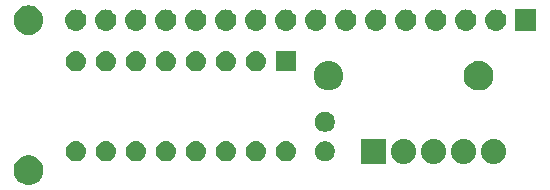
<source format=gbs>
G04 #@! TF.GenerationSoftware,KiCad,Pcbnew,(5.1.4)-1*
G04 #@! TF.CreationDate,2019-09-09T23:57:34+02:00*
G04 #@! TF.ProjectId,Display,44697370-6c61-4792-9e6b-696361645f70,1.0*
G04 #@! TF.SameCoordinates,PXd59f80PY1d905c0*
G04 #@! TF.FileFunction,Soldermask,Bot*
G04 #@! TF.FilePolarity,Negative*
%FSLAX46Y46*%
G04 Gerber Fmt 4.6, Leading zero omitted, Abs format (unit mm)*
G04 Created by KiCad (PCBNEW (5.1.4)-1) date 2019-09-09 23:57:34*
%MOMM*%
%LPD*%
G04 APERTURE LIST*
%ADD10C,0.100000*%
G04 APERTURE END LIST*
D10*
G36*
X2874903Y3627925D02*
G01*
X3093393Y3537424D01*
X3102571Y3533622D01*
X3307466Y3396715D01*
X3481715Y3222466D01*
X3618622Y3017571D01*
X3712925Y2789903D01*
X3761000Y2548213D01*
X3761000Y2301787D01*
X3712925Y2060097D01*
X3618622Y1832429D01*
X3481715Y1627534D01*
X3307466Y1453285D01*
X3102571Y1316378D01*
X3102570Y1316377D01*
X3102569Y1316377D01*
X2874903Y1222075D01*
X2633214Y1174000D01*
X2386786Y1174000D01*
X2145097Y1222075D01*
X1917431Y1316377D01*
X1917430Y1316377D01*
X1917429Y1316378D01*
X1712534Y1453285D01*
X1538285Y1627534D01*
X1401378Y1832429D01*
X1307075Y2060097D01*
X1259000Y2301787D01*
X1259000Y2548213D01*
X1307075Y2789903D01*
X1401378Y3017571D01*
X1538285Y3222466D01*
X1712534Y3396715D01*
X1917429Y3533622D01*
X1926608Y3537424D01*
X2145097Y3627925D01*
X2386786Y3676000D01*
X2633214Y3676000D01*
X2874903Y3627925D01*
X2874903Y3627925D01*
G37*
G36*
X41995114Y5073324D02*
G01*
X42089168Y5064061D01*
X42290299Y5003049D01*
X42376110Y4957182D01*
X42475661Y4903971D01*
X42638133Y4770633D01*
X42771471Y4608161D01*
X42824682Y4508610D01*
X42870549Y4422799D01*
X42931561Y4221668D01*
X42952162Y4012500D01*
X42931561Y3803332D01*
X42870549Y3602201D01*
X42833893Y3533623D01*
X42771471Y3416839D01*
X42638133Y3254367D01*
X42475661Y3121029D01*
X42376110Y3067818D01*
X42290299Y3021951D01*
X42089168Y2960939D01*
X41995114Y2951676D01*
X41932413Y2945500D01*
X41827587Y2945500D01*
X41764886Y2951676D01*
X41670832Y2960939D01*
X41469701Y3021951D01*
X41383890Y3067818D01*
X41284339Y3121029D01*
X41121867Y3254367D01*
X40988529Y3416839D01*
X40926107Y3533623D01*
X40889451Y3602201D01*
X40828439Y3803332D01*
X40807838Y4012500D01*
X40828439Y4221668D01*
X40889451Y4422799D01*
X40935318Y4508610D01*
X40988529Y4608161D01*
X41121867Y4770633D01*
X41284339Y4903971D01*
X41383890Y4957182D01*
X41469701Y5003049D01*
X41670832Y5064061D01*
X41764886Y5073324D01*
X41827587Y5079500D01*
X41932413Y5079500D01*
X41995114Y5073324D01*
X41995114Y5073324D01*
G37*
G36*
X39455114Y5073324D02*
G01*
X39549168Y5064061D01*
X39750299Y5003049D01*
X39836110Y4957182D01*
X39935661Y4903971D01*
X40098133Y4770633D01*
X40231471Y4608161D01*
X40284682Y4508610D01*
X40330549Y4422799D01*
X40391561Y4221668D01*
X40412162Y4012500D01*
X40391561Y3803332D01*
X40330549Y3602201D01*
X40293893Y3533623D01*
X40231471Y3416839D01*
X40098133Y3254367D01*
X39935661Y3121029D01*
X39836110Y3067818D01*
X39750299Y3021951D01*
X39549168Y2960939D01*
X39455114Y2951676D01*
X39392413Y2945500D01*
X39287587Y2945500D01*
X39224886Y2951676D01*
X39130832Y2960939D01*
X38929701Y3021951D01*
X38843890Y3067818D01*
X38744339Y3121029D01*
X38581867Y3254367D01*
X38448529Y3416839D01*
X38386107Y3533623D01*
X38349451Y3602201D01*
X38288439Y3803332D01*
X38267838Y4012500D01*
X38288439Y4221668D01*
X38349451Y4422799D01*
X38395318Y4508610D01*
X38448529Y4608161D01*
X38581867Y4770633D01*
X38744339Y4903971D01*
X38843890Y4957182D01*
X38929701Y5003049D01*
X39130832Y5064061D01*
X39224886Y5073324D01*
X39287587Y5079500D01*
X39392413Y5079500D01*
X39455114Y5073324D01*
X39455114Y5073324D01*
G37*
G36*
X36915114Y5073324D02*
G01*
X37009168Y5064061D01*
X37210299Y5003049D01*
X37296110Y4957182D01*
X37395661Y4903971D01*
X37558133Y4770633D01*
X37691471Y4608161D01*
X37744682Y4508610D01*
X37790549Y4422799D01*
X37851561Y4221668D01*
X37872162Y4012500D01*
X37851561Y3803332D01*
X37790549Y3602201D01*
X37753893Y3533623D01*
X37691471Y3416839D01*
X37558133Y3254367D01*
X37395661Y3121029D01*
X37296110Y3067818D01*
X37210299Y3021951D01*
X37009168Y2960939D01*
X36915114Y2951676D01*
X36852413Y2945500D01*
X36747587Y2945500D01*
X36684886Y2951676D01*
X36590832Y2960939D01*
X36389701Y3021951D01*
X36303890Y3067818D01*
X36204339Y3121029D01*
X36041867Y3254367D01*
X35908529Y3416839D01*
X35846107Y3533623D01*
X35809451Y3602201D01*
X35748439Y3803332D01*
X35727838Y4012500D01*
X35748439Y4221668D01*
X35809451Y4422799D01*
X35855318Y4508610D01*
X35908529Y4608161D01*
X36041867Y4770633D01*
X36204339Y4903971D01*
X36303890Y4957182D01*
X36389701Y5003049D01*
X36590832Y5064061D01*
X36684886Y5073324D01*
X36747587Y5079500D01*
X36852413Y5079500D01*
X36915114Y5073324D01*
X36915114Y5073324D01*
G37*
G36*
X32787000Y2945500D02*
G01*
X30653000Y2945500D01*
X30653000Y5079500D01*
X32787000Y5079500D01*
X32787000Y2945500D01*
X32787000Y2945500D01*
G37*
G36*
X34375114Y5073324D02*
G01*
X34469168Y5064061D01*
X34670299Y5003049D01*
X34756110Y4957182D01*
X34855661Y4903971D01*
X35018133Y4770633D01*
X35151471Y4608161D01*
X35204682Y4508610D01*
X35250549Y4422799D01*
X35311561Y4221668D01*
X35332162Y4012500D01*
X35311561Y3803332D01*
X35250549Y3602201D01*
X35213893Y3533623D01*
X35151471Y3416839D01*
X35018133Y3254367D01*
X34855661Y3121029D01*
X34756110Y3067818D01*
X34670299Y3021951D01*
X34469168Y2960939D01*
X34375114Y2951676D01*
X34312413Y2945500D01*
X34207587Y2945500D01*
X34144886Y2951676D01*
X34050832Y2960939D01*
X33849701Y3021951D01*
X33763890Y3067818D01*
X33664339Y3121029D01*
X33501867Y3254367D01*
X33368529Y3416839D01*
X33306107Y3533623D01*
X33269451Y3602201D01*
X33208439Y3803332D01*
X33187838Y4012500D01*
X33208439Y4221668D01*
X33269451Y4422799D01*
X33315318Y4508610D01*
X33368529Y4608161D01*
X33501867Y4770633D01*
X33664339Y4903971D01*
X33763890Y4957182D01*
X33849701Y5003049D01*
X34050832Y5064061D01*
X34144886Y5073324D01*
X34207587Y5079500D01*
X34312413Y5079500D01*
X34375114Y5073324D01*
X34375114Y5073324D01*
G37*
G36*
X19377323Y4851187D02*
G01*
X19537742Y4802524D01*
X19604861Y4766648D01*
X19685578Y4723504D01*
X19815159Y4617159D01*
X19921504Y4487578D01*
X19921505Y4487576D01*
X20000524Y4339742D01*
X20049187Y4179323D01*
X20065617Y4012500D01*
X20049187Y3845677D01*
X20000524Y3685258D01*
X19959977Y3609400D01*
X19921504Y3537422D01*
X19815159Y3407841D01*
X19685578Y3301496D01*
X19685576Y3301495D01*
X19537742Y3222476D01*
X19537739Y3222475D01*
X19507880Y3213417D01*
X19377323Y3173813D01*
X19252304Y3161500D01*
X19168696Y3161500D01*
X19043677Y3173813D01*
X18913120Y3213417D01*
X18883261Y3222475D01*
X18883258Y3222476D01*
X18735424Y3301495D01*
X18735422Y3301496D01*
X18605841Y3407841D01*
X18499496Y3537422D01*
X18461023Y3609400D01*
X18420476Y3685258D01*
X18371813Y3845677D01*
X18355383Y4012500D01*
X18371813Y4179323D01*
X18420476Y4339742D01*
X18499495Y4487576D01*
X18499496Y4487578D01*
X18605841Y4617159D01*
X18735422Y4723504D01*
X18816139Y4766648D01*
X18883258Y4802524D01*
X19043677Y4851187D01*
X19168696Y4863500D01*
X19252304Y4863500D01*
X19377323Y4851187D01*
X19377323Y4851187D01*
G37*
G36*
X24457323Y4851187D02*
G01*
X24617742Y4802524D01*
X24684861Y4766648D01*
X24765578Y4723504D01*
X24895159Y4617159D01*
X25001504Y4487578D01*
X25001505Y4487576D01*
X25080524Y4339742D01*
X25129187Y4179323D01*
X25145617Y4012500D01*
X25129187Y3845677D01*
X25080524Y3685258D01*
X25039977Y3609400D01*
X25001504Y3537422D01*
X24895159Y3407841D01*
X24765578Y3301496D01*
X24765576Y3301495D01*
X24617742Y3222476D01*
X24617739Y3222475D01*
X24587880Y3213417D01*
X24457323Y3173813D01*
X24332304Y3161500D01*
X24248696Y3161500D01*
X24123677Y3173813D01*
X23993120Y3213417D01*
X23963261Y3222475D01*
X23963258Y3222476D01*
X23815424Y3301495D01*
X23815422Y3301496D01*
X23685841Y3407841D01*
X23579496Y3537422D01*
X23541023Y3609400D01*
X23500476Y3685258D01*
X23451813Y3845677D01*
X23435383Y4012500D01*
X23451813Y4179323D01*
X23500476Y4339742D01*
X23579495Y4487576D01*
X23579496Y4487578D01*
X23685841Y4617159D01*
X23815422Y4723504D01*
X23896139Y4766648D01*
X23963258Y4802524D01*
X24123677Y4851187D01*
X24248696Y4863500D01*
X24332304Y4863500D01*
X24457323Y4851187D01*
X24457323Y4851187D01*
G37*
G36*
X16837323Y4851187D02*
G01*
X16997742Y4802524D01*
X17064861Y4766648D01*
X17145578Y4723504D01*
X17275159Y4617159D01*
X17381504Y4487578D01*
X17381505Y4487576D01*
X17460524Y4339742D01*
X17509187Y4179323D01*
X17525617Y4012500D01*
X17509187Y3845677D01*
X17460524Y3685258D01*
X17419977Y3609400D01*
X17381504Y3537422D01*
X17275159Y3407841D01*
X17145578Y3301496D01*
X17145576Y3301495D01*
X16997742Y3222476D01*
X16997739Y3222475D01*
X16967880Y3213417D01*
X16837323Y3173813D01*
X16712304Y3161500D01*
X16628696Y3161500D01*
X16503677Y3173813D01*
X16373120Y3213417D01*
X16343261Y3222475D01*
X16343258Y3222476D01*
X16195424Y3301495D01*
X16195422Y3301496D01*
X16065841Y3407841D01*
X15959496Y3537422D01*
X15921023Y3609400D01*
X15880476Y3685258D01*
X15831813Y3845677D01*
X15815383Y4012500D01*
X15831813Y4179323D01*
X15880476Y4339742D01*
X15959495Y4487576D01*
X15959496Y4487578D01*
X16065841Y4617159D01*
X16195422Y4723504D01*
X16276139Y4766648D01*
X16343258Y4802524D01*
X16503677Y4851187D01*
X16628696Y4863500D01*
X16712304Y4863500D01*
X16837323Y4851187D01*
X16837323Y4851187D01*
G37*
G36*
X14297323Y4851187D02*
G01*
X14457742Y4802524D01*
X14524861Y4766648D01*
X14605578Y4723504D01*
X14735159Y4617159D01*
X14841504Y4487578D01*
X14841505Y4487576D01*
X14920524Y4339742D01*
X14969187Y4179323D01*
X14985617Y4012500D01*
X14969187Y3845677D01*
X14920524Y3685258D01*
X14879977Y3609400D01*
X14841504Y3537422D01*
X14735159Y3407841D01*
X14605578Y3301496D01*
X14605576Y3301495D01*
X14457742Y3222476D01*
X14457739Y3222475D01*
X14427880Y3213417D01*
X14297323Y3173813D01*
X14172304Y3161500D01*
X14088696Y3161500D01*
X13963677Y3173813D01*
X13833120Y3213417D01*
X13803261Y3222475D01*
X13803258Y3222476D01*
X13655424Y3301495D01*
X13655422Y3301496D01*
X13525841Y3407841D01*
X13419496Y3537422D01*
X13381023Y3609400D01*
X13340476Y3685258D01*
X13291813Y3845677D01*
X13275383Y4012500D01*
X13291813Y4179323D01*
X13340476Y4339742D01*
X13419495Y4487576D01*
X13419496Y4487578D01*
X13525841Y4617159D01*
X13655422Y4723504D01*
X13736139Y4766648D01*
X13803258Y4802524D01*
X13963677Y4851187D01*
X14088696Y4863500D01*
X14172304Y4863500D01*
X14297323Y4851187D01*
X14297323Y4851187D01*
G37*
G36*
X11757323Y4851187D02*
G01*
X11917742Y4802524D01*
X11984861Y4766648D01*
X12065578Y4723504D01*
X12195159Y4617159D01*
X12301504Y4487578D01*
X12301505Y4487576D01*
X12380524Y4339742D01*
X12429187Y4179323D01*
X12445617Y4012500D01*
X12429187Y3845677D01*
X12380524Y3685258D01*
X12339977Y3609400D01*
X12301504Y3537422D01*
X12195159Y3407841D01*
X12065578Y3301496D01*
X12065576Y3301495D01*
X11917742Y3222476D01*
X11917739Y3222475D01*
X11887880Y3213417D01*
X11757323Y3173813D01*
X11632304Y3161500D01*
X11548696Y3161500D01*
X11423677Y3173813D01*
X11293120Y3213417D01*
X11263261Y3222475D01*
X11263258Y3222476D01*
X11115424Y3301495D01*
X11115422Y3301496D01*
X10985841Y3407841D01*
X10879496Y3537422D01*
X10841023Y3609400D01*
X10800476Y3685258D01*
X10751813Y3845677D01*
X10735383Y4012500D01*
X10751813Y4179323D01*
X10800476Y4339742D01*
X10879495Y4487576D01*
X10879496Y4487578D01*
X10985841Y4617159D01*
X11115422Y4723504D01*
X11196139Y4766648D01*
X11263258Y4802524D01*
X11423677Y4851187D01*
X11548696Y4863500D01*
X11632304Y4863500D01*
X11757323Y4851187D01*
X11757323Y4851187D01*
G37*
G36*
X9217323Y4851187D02*
G01*
X9377742Y4802524D01*
X9444861Y4766648D01*
X9525578Y4723504D01*
X9655159Y4617159D01*
X9761504Y4487578D01*
X9761505Y4487576D01*
X9840524Y4339742D01*
X9889187Y4179323D01*
X9905617Y4012500D01*
X9889187Y3845677D01*
X9840524Y3685258D01*
X9799977Y3609400D01*
X9761504Y3537422D01*
X9655159Y3407841D01*
X9525578Y3301496D01*
X9525576Y3301495D01*
X9377742Y3222476D01*
X9377739Y3222475D01*
X9347880Y3213417D01*
X9217323Y3173813D01*
X9092304Y3161500D01*
X9008696Y3161500D01*
X8883677Y3173813D01*
X8753120Y3213417D01*
X8723261Y3222475D01*
X8723258Y3222476D01*
X8575424Y3301495D01*
X8575422Y3301496D01*
X8445841Y3407841D01*
X8339496Y3537422D01*
X8301023Y3609400D01*
X8260476Y3685258D01*
X8211813Y3845677D01*
X8195383Y4012500D01*
X8211813Y4179323D01*
X8260476Y4339742D01*
X8339495Y4487576D01*
X8339496Y4487578D01*
X8445841Y4617159D01*
X8575422Y4723504D01*
X8656139Y4766648D01*
X8723258Y4802524D01*
X8883677Y4851187D01*
X9008696Y4863500D01*
X9092304Y4863500D01*
X9217323Y4851187D01*
X9217323Y4851187D01*
G37*
G36*
X6677323Y4851187D02*
G01*
X6837742Y4802524D01*
X6904861Y4766648D01*
X6985578Y4723504D01*
X7115159Y4617159D01*
X7221504Y4487578D01*
X7221505Y4487576D01*
X7300524Y4339742D01*
X7349187Y4179323D01*
X7365617Y4012500D01*
X7349187Y3845677D01*
X7300524Y3685258D01*
X7259977Y3609400D01*
X7221504Y3537422D01*
X7115159Y3407841D01*
X6985578Y3301496D01*
X6985576Y3301495D01*
X6837742Y3222476D01*
X6837739Y3222475D01*
X6807880Y3213417D01*
X6677323Y3173813D01*
X6552304Y3161500D01*
X6468696Y3161500D01*
X6343677Y3173813D01*
X6213120Y3213417D01*
X6183261Y3222475D01*
X6183258Y3222476D01*
X6035424Y3301495D01*
X6035422Y3301496D01*
X5905841Y3407841D01*
X5799496Y3537422D01*
X5761023Y3609400D01*
X5720476Y3685258D01*
X5671813Y3845677D01*
X5655383Y4012500D01*
X5671813Y4179323D01*
X5720476Y4339742D01*
X5799495Y4487576D01*
X5799496Y4487578D01*
X5905841Y4617159D01*
X6035422Y4723504D01*
X6116139Y4766648D01*
X6183258Y4802524D01*
X6343677Y4851187D01*
X6468696Y4863500D01*
X6552304Y4863500D01*
X6677323Y4851187D01*
X6677323Y4851187D01*
G37*
G36*
X21917323Y4851187D02*
G01*
X22077742Y4802524D01*
X22144861Y4766648D01*
X22225578Y4723504D01*
X22355159Y4617159D01*
X22461504Y4487578D01*
X22461505Y4487576D01*
X22540524Y4339742D01*
X22589187Y4179323D01*
X22605617Y4012500D01*
X22589187Y3845677D01*
X22540524Y3685258D01*
X22499977Y3609400D01*
X22461504Y3537422D01*
X22355159Y3407841D01*
X22225578Y3301496D01*
X22225576Y3301495D01*
X22077742Y3222476D01*
X22077739Y3222475D01*
X22047880Y3213417D01*
X21917323Y3173813D01*
X21792304Y3161500D01*
X21708696Y3161500D01*
X21583677Y3173813D01*
X21453120Y3213417D01*
X21423261Y3222475D01*
X21423258Y3222476D01*
X21275424Y3301495D01*
X21275422Y3301496D01*
X21145841Y3407841D01*
X21039496Y3537422D01*
X21001023Y3609400D01*
X20960476Y3685258D01*
X20911813Y3845677D01*
X20895383Y4012500D01*
X20911813Y4179323D01*
X20960476Y4339742D01*
X21039495Y4487576D01*
X21039496Y4487578D01*
X21145841Y4617159D01*
X21275422Y4723504D01*
X21356139Y4766648D01*
X21423258Y4802524D01*
X21583677Y4851187D01*
X21708696Y4863500D01*
X21792304Y4863500D01*
X21917323Y4851187D01*
X21917323Y4851187D01*
G37*
G36*
X27840728Y4830797D02*
G01*
X27995600Y4766647D01*
X28134981Y4673515D01*
X28253515Y4554981D01*
X28346647Y4415600D01*
X28410797Y4260728D01*
X28443500Y4096316D01*
X28443500Y3928684D01*
X28410797Y3764272D01*
X28346647Y3609400D01*
X28253515Y3470019D01*
X28134981Y3351485D01*
X27995600Y3258353D01*
X27840728Y3194203D01*
X27676316Y3161500D01*
X27508684Y3161500D01*
X27344272Y3194203D01*
X27189400Y3258353D01*
X27050019Y3351485D01*
X26931485Y3470019D01*
X26838353Y3609400D01*
X26774203Y3764272D01*
X26741500Y3928684D01*
X26741500Y4096316D01*
X26774203Y4260728D01*
X26838353Y4415600D01*
X26931485Y4554981D01*
X27050019Y4673515D01*
X27189400Y4766647D01*
X27344272Y4830797D01*
X27508684Y4863500D01*
X27676316Y4863500D01*
X27840728Y4830797D01*
X27840728Y4830797D01*
G37*
G36*
X27840728Y7330797D02*
G01*
X27995600Y7266647D01*
X28134981Y7173515D01*
X28253515Y7054981D01*
X28346647Y6915600D01*
X28410797Y6760728D01*
X28443500Y6596316D01*
X28443500Y6428684D01*
X28410797Y6264272D01*
X28346647Y6109400D01*
X28253515Y5970019D01*
X28134981Y5851485D01*
X27995600Y5758353D01*
X27840728Y5694203D01*
X27676316Y5661500D01*
X27508684Y5661500D01*
X27344272Y5694203D01*
X27189400Y5758353D01*
X27050019Y5851485D01*
X26931485Y5970019D01*
X26838353Y6109400D01*
X26774203Y6264272D01*
X26741500Y6428684D01*
X26741500Y6596316D01*
X26774203Y6760728D01*
X26838353Y6915600D01*
X26931485Y7054981D01*
X27050019Y7173515D01*
X27189400Y7266647D01*
X27344272Y7330797D01*
X27508684Y7363500D01*
X27676316Y7363500D01*
X27840728Y7330797D01*
X27840728Y7330797D01*
G37*
G36*
X40974903Y11628925D02*
G01*
X41075236Y11587366D01*
X41202571Y11534622D01*
X41407466Y11397715D01*
X41581715Y11223466D01*
X41718622Y11018571D01*
X41812925Y10790903D01*
X41861000Y10549213D01*
X41861000Y10302787D01*
X41812925Y10061097D01*
X41718622Y9833429D01*
X41581715Y9628534D01*
X41407466Y9454285D01*
X41202571Y9317378D01*
X41202570Y9317377D01*
X41202569Y9317377D01*
X40974903Y9223075D01*
X40733214Y9175000D01*
X40486786Y9175000D01*
X40245097Y9223075D01*
X40017431Y9317377D01*
X40017430Y9317377D01*
X40017429Y9317378D01*
X39812534Y9454285D01*
X39638285Y9628534D01*
X39501378Y9833429D01*
X39407075Y10061097D01*
X39359000Y10302787D01*
X39359000Y10549213D01*
X39407075Y10790903D01*
X39501378Y11018571D01*
X39638285Y11223466D01*
X39812534Y11397715D01*
X40017429Y11534622D01*
X40144765Y11587366D01*
X40245097Y11628925D01*
X40486786Y11677000D01*
X40733214Y11677000D01*
X40974903Y11628925D01*
X40974903Y11628925D01*
G37*
G36*
X28155239Y11658899D02*
G01*
X28391053Y11587366D01*
X28608381Y11471201D01*
X28798871Y11314871D01*
X28955201Y11124381D01*
X29071366Y10907053D01*
X29142899Y10671239D01*
X29167053Y10426000D01*
X29142899Y10180761D01*
X29071366Y9944947D01*
X28955201Y9727619D01*
X28798871Y9537129D01*
X28608381Y9380799D01*
X28391053Y9264634D01*
X28155239Y9193101D01*
X27971457Y9175000D01*
X27848543Y9175000D01*
X27664761Y9193101D01*
X27428947Y9264634D01*
X27211619Y9380799D01*
X27021129Y9537129D01*
X26864799Y9727619D01*
X26748634Y9944947D01*
X26677101Y10180761D01*
X26652947Y10426000D01*
X26677101Y10671239D01*
X26748634Y10907053D01*
X26864799Y11124381D01*
X27021129Y11314871D01*
X27211619Y11471201D01*
X27428947Y11587366D01*
X27664761Y11658899D01*
X27848543Y11677000D01*
X27971457Y11677000D01*
X28155239Y11658899D01*
X28155239Y11658899D01*
G37*
G36*
X19377323Y12471187D02*
G01*
X19537742Y12422524D01*
X19670406Y12351614D01*
X19685578Y12343504D01*
X19815159Y12237159D01*
X19921504Y12107578D01*
X19921505Y12107576D01*
X20000524Y11959742D01*
X20049187Y11799323D01*
X20065617Y11632500D01*
X20049187Y11465677D01*
X20000524Y11305258D01*
X19956805Y11223466D01*
X19921504Y11157422D01*
X19815159Y11027841D01*
X19685578Y10921496D01*
X19685576Y10921495D01*
X19537742Y10842476D01*
X19377323Y10793813D01*
X19252304Y10781500D01*
X19168696Y10781500D01*
X19043677Y10793813D01*
X18883258Y10842476D01*
X18735424Y10921495D01*
X18735422Y10921496D01*
X18605841Y11027841D01*
X18499496Y11157422D01*
X18464195Y11223466D01*
X18420476Y11305258D01*
X18371813Y11465677D01*
X18355383Y11632500D01*
X18371813Y11799323D01*
X18420476Y11959742D01*
X18499495Y12107576D01*
X18499496Y12107578D01*
X18605841Y12237159D01*
X18735422Y12343504D01*
X18750594Y12351614D01*
X18883258Y12422524D01*
X19043677Y12471187D01*
X19168696Y12483500D01*
X19252304Y12483500D01*
X19377323Y12471187D01*
X19377323Y12471187D01*
G37*
G36*
X16837323Y12471187D02*
G01*
X16997742Y12422524D01*
X17130406Y12351614D01*
X17145578Y12343504D01*
X17275159Y12237159D01*
X17381504Y12107578D01*
X17381505Y12107576D01*
X17460524Y11959742D01*
X17509187Y11799323D01*
X17525617Y11632500D01*
X17509187Y11465677D01*
X17460524Y11305258D01*
X17416805Y11223466D01*
X17381504Y11157422D01*
X17275159Y11027841D01*
X17145578Y10921496D01*
X17145576Y10921495D01*
X16997742Y10842476D01*
X16837323Y10793813D01*
X16712304Y10781500D01*
X16628696Y10781500D01*
X16503677Y10793813D01*
X16343258Y10842476D01*
X16195424Y10921495D01*
X16195422Y10921496D01*
X16065841Y11027841D01*
X15959496Y11157422D01*
X15924195Y11223466D01*
X15880476Y11305258D01*
X15831813Y11465677D01*
X15815383Y11632500D01*
X15831813Y11799323D01*
X15880476Y11959742D01*
X15959495Y12107576D01*
X15959496Y12107578D01*
X16065841Y12237159D01*
X16195422Y12343504D01*
X16210594Y12351614D01*
X16343258Y12422524D01*
X16503677Y12471187D01*
X16628696Y12483500D01*
X16712304Y12483500D01*
X16837323Y12471187D01*
X16837323Y12471187D01*
G37*
G36*
X11757323Y12471187D02*
G01*
X11917742Y12422524D01*
X12050406Y12351614D01*
X12065578Y12343504D01*
X12195159Y12237159D01*
X12301504Y12107578D01*
X12301505Y12107576D01*
X12380524Y11959742D01*
X12429187Y11799323D01*
X12445617Y11632500D01*
X12429187Y11465677D01*
X12380524Y11305258D01*
X12336805Y11223466D01*
X12301504Y11157422D01*
X12195159Y11027841D01*
X12065578Y10921496D01*
X12065576Y10921495D01*
X11917742Y10842476D01*
X11757323Y10793813D01*
X11632304Y10781500D01*
X11548696Y10781500D01*
X11423677Y10793813D01*
X11263258Y10842476D01*
X11115424Y10921495D01*
X11115422Y10921496D01*
X10985841Y11027841D01*
X10879496Y11157422D01*
X10844195Y11223466D01*
X10800476Y11305258D01*
X10751813Y11465677D01*
X10735383Y11632500D01*
X10751813Y11799323D01*
X10800476Y11959742D01*
X10879495Y12107576D01*
X10879496Y12107578D01*
X10985841Y12237159D01*
X11115422Y12343504D01*
X11130594Y12351614D01*
X11263258Y12422524D01*
X11423677Y12471187D01*
X11548696Y12483500D01*
X11632304Y12483500D01*
X11757323Y12471187D01*
X11757323Y12471187D01*
G37*
G36*
X6677323Y12471187D02*
G01*
X6837742Y12422524D01*
X6970406Y12351614D01*
X6985578Y12343504D01*
X7115159Y12237159D01*
X7221504Y12107578D01*
X7221505Y12107576D01*
X7300524Y11959742D01*
X7349187Y11799323D01*
X7365617Y11632500D01*
X7349187Y11465677D01*
X7300524Y11305258D01*
X7256805Y11223466D01*
X7221504Y11157422D01*
X7115159Y11027841D01*
X6985578Y10921496D01*
X6985576Y10921495D01*
X6837742Y10842476D01*
X6677323Y10793813D01*
X6552304Y10781500D01*
X6468696Y10781500D01*
X6343677Y10793813D01*
X6183258Y10842476D01*
X6035424Y10921495D01*
X6035422Y10921496D01*
X5905841Y11027841D01*
X5799496Y11157422D01*
X5764195Y11223466D01*
X5720476Y11305258D01*
X5671813Y11465677D01*
X5655383Y11632500D01*
X5671813Y11799323D01*
X5720476Y11959742D01*
X5799495Y12107576D01*
X5799496Y12107578D01*
X5905841Y12237159D01*
X6035422Y12343504D01*
X6050594Y12351614D01*
X6183258Y12422524D01*
X6343677Y12471187D01*
X6468696Y12483500D01*
X6552304Y12483500D01*
X6677323Y12471187D01*
X6677323Y12471187D01*
G37*
G36*
X25141500Y10781500D02*
G01*
X23439500Y10781500D01*
X23439500Y12483500D01*
X25141500Y12483500D01*
X25141500Y10781500D01*
X25141500Y10781500D01*
G37*
G36*
X21917323Y12471187D02*
G01*
X22077742Y12422524D01*
X22210406Y12351614D01*
X22225578Y12343504D01*
X22355159Y12237159D01*
X22461504Y12107578D01*
X22461505Y12107576D01*
X22540524Y11959742D01*
X22589187Y11799323D01*
X22605617Y11632500D01*
X22589187Y11465677D01*
X22540524Y11305258D01*
X22496805Y11223466D01*
X22461504Y11157422D01*
X22355159Y11027841D01*
X22225578Y10921496D01*
X22225576Y10921495D01*
X22077742Y10842476D01*
X21917323Y10793813D01*
X21792304Y10781500D01*
X21708696Y10781500D01*
X21583677Y10793813D01*
X21423258Y10842476D01*
X21275424Y10921495D01*
X21275422Y10921496D01*
X21145841Y11027841D01*
X21039496Y11157422D01*
X21004195Y11223466D01*
X20960476Y11305258D01*
X20911813Y11465677D01*
X20895383Y11632500D01*
X20911813Y11799323D01*
X20960476Y11959742D01*
X21039495Y12107576D01*
X21039496Y12107578D01*
X21145841Y12237159D01*
X21275422Y12343504D01*
X21290594Y12351614D01*
X21423258Y12422524D01*
X21583677Y12471187D01*
X21708696Y12483500D01*
X21792304Y12483500D01*
X21917323Y12471187D01*
X21917323Y12471187D01*
G37*
G36*
X14297323Y12471187D02*
G01*
X14457742Y12422524D01*
X14590406Y12351614D01*
X14605578Y12343504D01*
X14735159Y12237159D01*
X14841504Y12107578D01*
X14841505Y12107576D01*
X14920524Y11959742D01*
X14969187Y11799323D01*
X14985617Y11632500D01*
X14969187Y11465677D01*
X14920524Y11305258D01*
X14876805Y11223466D01*
X14841504Y11157422D01*
X14735159Y11027841D01*
X14605578Y10921496D01*
X14605576Y10921495D01*
X14457742Y10842476D01*
X14297323Y10793813D01*
X14172304Y10781500D01*
X14088696Y10781500D01*
X13963677Y10793813D01*
X13803258Y10842476D01*
X13655424Y10921495D01*
X13655422Y10921496D01*
X13525841Y11027841D01*
X13419496Y11157422D01*
X13384195Y11223466D01*
X13340476Y11305258D01*
X13291813Y11465677D01*
X13275383Y11632500D01*
X13291813Y11799323D01*
X13340476Y11959742D01*
X13419495Y12107576D01*
X13419496Y12107578D01*
X13525841Y12237159D01*
X13655422Y12343504D01*
X13670594Y12351614D01*
X13803258Y12422524D01*
X13963677Y12471187D01*
X14088696Y12483500D01*
X14172304Y12483500D01*
X14297323Y12471187D01*
X14297323Y12471187D01*
G37*
G36*
X9217323Y12471187D02*
G01*
X9377742Y12422524D01*
X9510406Y12351614D01*
X9525578Y12343504D01*
X9655159Y12237159D01*
X9761504Y12107578D01*
X9761505Y12107576D01*
X9840524Y11959742D01*
X9889187Y11799323D01*
X9905617Y11632500D01*
X9889187Y11465677D01*
X9840524Y11305258D01*
X9796805Y11223466D01*
X9761504Y11157422D01*
X9655159Y11027841D01*
X9525578Y10921496D01*
X9525576Y10921495D01*
X9377742Y10842476D01*
X9217323Y10793813D01*
X9092304Y10781500D01*
X9008696Y10781500D01*
X8883677Y10793813D01*
X8723258Y10842476D01*
X8575424Y10921495D01*
X8575422Y10921496D01*
X8445841Y11027841D01*
X8339496Y11157422D01*
X8304195Y11223466D01*
X8260476Y11305258D01*
X8211813Y11465677D01*
X8195383Y11632500D01*
X8211813Y11799323D01*
X8260476Y11959742D01*
X8339495Y12107576D01*
X8339496Y12107578D01*
X8445841Y12237159D01*
X8575422Y12343504D01*
X8590594Y12351614D01*
X8723258Y12422524D01*
X8883677Y12471187D01*
X9008696Y12483500D01*
X9092304Y12483500D01*
X9217323Y12471187D01*
X9217323Y12471187D01*
G37*
G36*
X2755239Y16357899D02*
G01*
X2991053Y16286366D01*
X3208381Y16170201D01*
X3398871Y16013871D01*
X3555201Y15823381D01*
X3671366Y15606053D01*
X3742899Y15370239D01*
X3767053Y15125000D01*
X3742899Y14879761D01*
X3671366Y14643947D01*
X3555201Y14426619D01*
X3398871Y14236129D01*
X3208381Y14079799D01*
X2991053Y13963634D01*
X2755239Y13892101D01*
X2571457Y13874000D01*
X2448543Y13874000D01*
X2264761Y13892101D01*
X2028947Y13963634D01*
X1811619Y14079799D01*
X1621129Y14236129D01*
X1464799Y14426619D01*
X1348634Y14643947D01*
X1277101Y14879761D01*
X1252947Y15125000D01*
X1277101Y15370239D01*
X1348634Y15606053D01*
X1464799Y15823381D01*
X1621129Y16013871D01*
X1811619Y16170201D01*
X2028947Y16286366D01*
X2264761Y16357899D01*
X2448543Y16376000D01*
X2571457Y16376000D01*
X2755239Y16357899D01*
X2755239Y16357899D01*
G37*
G36*
X9160942Y16019482D02*
G01*
X9227127Y16012963D01*
X9396966Y15961443D01*
X9553491Y15877778D01*
X9589229Y15848448D01*
X9690686Y15765186D01*
X9773948Y15663729D01*
X9803278Y15627991D01*
X9886943Y15471466D01*
X9938463Y15301627D01*
X9955859Y15125000D01*
X9938463Y14948373D01*
X9886943Y14778534D01*
X9803278Y14622009D01*
X9773948Y14586271D01*
X9690686Y14484814D01*
X9589229Y14401552D01*
X9553491Y14372222D01*
X9396966Y14288557D01*
X9227127Y14237037D01*
X9160942Y14230518D01*
X9094760Y14224000D01*
X9006240Y14224000D01*
X8940058Y14230518D01*
X8873873Y14237037D01*
X8704034Y14288557D01*
X8547509Y14372222D01*
X8511771Y14401552D01*
X8410314Y14484814D01*
X8327052Y14586271D01*
X8297722Y14622009D01*
X8214057Y14778534D01*
X8162537Y14948373D01*
X8145141Y15125000D01*
X8162537Y15301627D01*
X8214057Y15471466D01*
X8297722Y15627991D01*
X8327052Y15663729D01*
X8410314Y15765186D01*
X8511771Y15848448D01*
X8547509Y15877778D01*
X8704034Y15961443D01*
X8873873Y16012963D01*
X8940058Y16019482D01*
X9006240Y16026000D01*
X9094760Y16026000D01*
X9160942Y16019482D01*
X9160942Y16019482D01*
G37*
G36*
X6620942Y16019482D02*
G01*
X6687127Y16012963D01*
X6856966Y15961443D01*
X7013491Y15877778D01*
X7049229Y15848448D01*
X7150686Y15765186D01*
X7233948Y15663729D01*
X7263278Y15627991D01*
X7346943Y15471466D01*
X7398463Y15301627D01*
X7415859Y15125000D01*
X7398463Y14948373D01*
X7346943Y14778534D01*
X7263278Y14622009D01*
X7233948Y14586271D01*
X7150686Y14484814D01*
X7049229Y14401552D01*
X7013491Y14372222D01*
X6856966Y14288557D01*
X6687127Y14237037D01*
X6620942Y14230518D01*
X6554760Y14224000D01*
X6466240Y14224000D01*
X6400058Y14230518D01*
X6333873Y14237037D01*
X6164034Y14288557D01*
X6007509Y14372222D01*
X5971771Y14401552D01*
X5870314Y14484814D01*
X5787052Y14586271D01*
X5757722Y14622009D01*
X5674057Y14778534D01*
X5622537Y14948373D01*
X5605141Y15125000D01*
X5622537Y15301627D01*
X5674057Y15471466D01*
X5757722Y15627991D01*
X5787052Y15663729D01*
X5870314Y15765186D01*
X5971771Y15848448D01*
X6007509Y15877778D01*
X6164034Y15961443D01*
X6333873Y16012963D01*
X6400058Y16019482D01*
X6466240Y16026000D01*
X6554760Y16026000D01*
X6620942Y16019482D01*
X6620942Y16019482D01*
G37*
G36*
X45511500Y14224000D02*
G01*
X43709500Y14224000D01*
X43709500Y16026000D01*
X45511500Y16026000D01*
X45511500Y14224000D01*
X45511500Y14224000D01*
G37*
G36*
X42180942Y16019482D02*
G01*
X42247127Y16012963D01*
X42416966Y15961443D01*
X42573491Y15877778D01*
X42609229Y15848448D01*
X42710686Y15765186D01*
X42793948Y15663729D01*
X42823278Y15627991D01*
X42906943Y15471466D01*
X42958463Y15301627D01*
X42975859Y15125000D01*
X42958463Y14948373D01*
X42906943Y14778534D01*
X42823278Y14622009D01*
X42793948Y14586271D01*
X42710686Y14484814D01*
X42609229Y14401552D01*
X42573491Y14372222D01*
X42416966Y14288557D01*
X42247127Y14237037D01*
X42180942Y14230518D01*
X42114760Y14224000D01*
X42026240Y14224000D01*
X41960058Y14230518D01*
X41893873Y14237037D01*
X41724034Y14288557D01*
X41567509Y14372222D01*
X41531771Y14401552D01*
X41430314Y14484814D01*
X41347052Y14586271D01*
X41317722Y14622009D01*
X41234057Y14778534D01*
X41182537Y14948373D01*
X41165141Y15125000D01*
X41182537Y15301627D01*
X41234057Y15471466D01*
X41317722Y15627991D01*
X41347052Y15663729D01*
X41430314Y15765186D01*
X41531771Y15848448D01*
X41567509Y15877778D01*
X41724034Y15961443D01*
X41893873Y16012963D01*
X41960058Y16019482D01*
X42026240Y16026000D01*
X42114760Y16026000D01*
X42180942Y16019482D01*
X42180942Y16019482D01*
G37*
G36*
X39640942Y16019482D02*
G01*
X39707127Y16012963D01*
X39876966Y15961443D01*
X40033491Y15877778D01*
X40069229Y15848448D01*
X40170686Y15765186D01*
X40253948Y15663729D01*
X40283278Y15627991D01*
X40366943Y15471466D01*
X40418463Y15301627D01*
X40435859Y15125000D01*
X40418463Y14948373D01*
X40366943Y14778534D01*
X40283278Y14622009D01*
X40253948Y14586271D01*
X40170686Y14484814D01*
X40069229Y14401552D01*
X40033491Y14372222D01*
X39876966Y14288557D01*
X39707127Y14237037D01*
X39640942Y14230518D01*
X39574760Y14224000D01*
X39486240Y14224000D01*
X39420058Y14230518D01*
X39353873Y14237037D01*
X39184034Y14288557D01*
X39027509Y14372222D01*
X38991771Y14401552D01*
X38890314Y14484814D01*
X38807052Y14586271D01*
X38777722Y14622009D01*
X38694057Y14778534D01*
X38642537Y14948373D01*
X38625141Y15125000D01*
X38642537Y15301627D01*
X38694057Y15471466D01*
X38777722Y15627991D01*
X38807052Y15663729D01*
X38890314Y15765186D01*
X38991771Y15848448D01*
X39027509Y15877778D01*
X39184034Y15961443D01*
X39353873Y16012963D01*
X39420058Y16019482D01*
X39486240Y16026000D01*
X39574760Y16026000D01*
X39640942Y16019482D01*
X39640942Y16019482D01*
G37*
G36*
X37100942Y16019482D02*
G01*
X37167127Y16012963D01*
X37336966Y15961443D01*
X37493491Y15877778D01*
X37529229Y15848448D01*
X37630686Y15765186D01*
X37713948Y15663729D01*
X37743278Y15627991D01*
X37826943Y15471466D01*
X37878463Y15301627D01*
X37895859Y15125000D01*
X37878463Y14948373D01*
X37826943Y14778534D01*
X37743278Y14622009D01*
X37713948Y14586271D01*
X37630686Y14484814D01*
X37529229Y14401552D01*
X37493491Y14372222D01*
X37336966Y14288557D01*
X37167127Y14237037D01*
X37100942Y14230518D01*
X37034760Y14224000D01*
X36946240Y14224000D01*
X36880058Y14230518D01*
X36813873Y14237037D01*
X36644034Y14288557D01*
X36487509Y14372222D01*
X36451771Y14401552D01*
X36350314Y14484814D01*
X36267052Y14586271D01*
X36237722Y14622009D01*
X36154057Y14778534D01*
X36102537Y14948373D01*
X36085141Y15125000D01*
X36102537Y15301627D01*
X36154057Y15471466D01*
X36237722Y15627991D01*
X36267052Y15663729D01*
X36350314Y15765186D01*
X36451771Y15848448D01*
X36487509Y15877778D01*
X36644034Y15961443D01*
X36813873Y16012963D01*
X36880058Y16019482D01*
X36946240Y16026000D01*
X37034760Y16026000D01*
X37100942Y16019482D01*
X37100942Y16019482D01*
G37*
G36*
X11700942Y16019482D02*
G01*
X11767127Y16012963D01*
X11936966Y15961443D01*
X12093491Y15877778D01*
X12129229Y15848448D01*
X12230686Y15765186D01*
X12313948Y15663729D01*
X12343278Y15627991D01*
X12426943Y15471466D01*
X12478463Y15301627D01*
X12495859Y15125000D01*
X12478463Y14948373D01*
X12426943Y14778534D01*
X12343278Y14622009D01*
X12313948Y14586271D01*
X12230686Y14484814D01*
X12129229Y14401552D01*
X12093491Y14372222D01*
X11936966Y14288557D01*
X11767127Y14237037D01*
X11700942Y14230518D01*
X11634760Y14224000D01*
X11546240Y14224000D01*
X11480058Y14230518D01*
X11413873Y14237037D01*
X11244034Y14288557D01*
X11087509Y14372222D01*
X11051771Y14401552D01*
X10950314Y14484814D01*
X10867052Y14586271D01*
X10837722Y14622009D01*
X10754057Y14778534D01*
X10702537Y14948373D01*
X10685141Y15125000D01*
X10702537Y15301627D01*
X10754057Y15471466D01*
X10837722Y15627991D01*
X10867052Y15663729D01*
X10950314Y15765186D01*
X11051771Y15848448D01*
X11087509Y15877778D01*
X11244034Y15961443D01*
X11413873Y16012963D01*
X11480058Y16019482D01*
X11546240Y16026000D01*
X11634760Y16026000D01*
X11700942Y16019482D01*
X11700942Y16019482D01*
G37*
G36*
X32020942Y16019482D02*
G01*
X32087127Y16012963D01*
X32256966Y15961443D01*
X32413491Y15877778D01*
X32449229Y15848448D01*
X32550686Y15765186D01*
X32633948Y15663729D01*
X32663278Y15627991D01*
X32746943Y15471466D01*
X32798463Y15301627D01*
X32815859Y15125000D01*
X32798463Y14948373D01*
X32746943Y14778534D01*
X32663278Y14622009D01*
X32633948Y14586271D01*
X32550686Y14484814D01*
X32449229Y14401552D01*
X32413491Y14372222D01*
X32256966Y14288557D01*
X32087127Y14237037D01*
X32020942Y14230518D01*
X31954760Y14224000D01*
X31866240Y14224000D01*
X31800058Y14230518D01*
X31733873Y14237037D01*
X31564034Y14288557D01*
X31407509Y14372222D01*
X31371771Y14401552D01*
X31270314Y14484814D01*
X31187052Y14586271D01*
X31157722Y14622009D01*
X31074057Y14778534D01*
X31022537Y14948373D01*
X31005141Y15125000D01*
X31022537Y15301627D01*
X31074057Y15471466D01*
X31157722Y15627991D01*
X31187052Y15663729D01*
X31270314Y15765186D01*
X31371771Y15848448D01*
X31407509Y15877778D01*
X31564034Y15961443D01*
X31733873Y16012963D01*
X31800058Y16019482D01*
X31866240Y16026000D01*
X31954760Y16026000D01*
X32020942Y16019482D01*
X32020942Y16019482D01*
G37*
G36*
X29480942Y16019482D02*
G01*
X29547127Y16012963D01*
X29716966Y15961443D01*
X29873491Y15877778D01*
X29909229Y15848448D01*
X30010686Y15765186D01*
X30093948Y15663729D01*
X30123278Y15627991D01*
X30206943Y15471466D01*
X30258463Y15301627D01*
X30275859Y15125000D01*
X30258463Y14948373D01*
X30206943Y14778534D01*
X30123278Y14622009D01*
X30093948Y14586271D01*
X30010686Y14484814D01*
X29909229Y14401552D01*
X29873491Y14372222D01*
X29716966Y14288557D01*
X29547127Y14237037D01*
X29480942Y14230518D01*
X29414760Y14224000D01*
X29326240Y14224000D01*
X29260058Y14230518D01*
X29193873Y14237037D01*
X29024034Y14288557D01*
X28867509Y14372222D01*
X28831771Y14401552D01*
X28730314Y14484814D01*
X28647052Y14586271D01*
X28617722Y14622009D01*
X28534057Y14778534D01*
X28482537Y14948373D01*
X28465141Y15125000D01*
X28482537Y15301627D01*
X28534057Y15471466D01*
X28617722Y15627991D01*
X28647052Y15663729D01*
X28730314Y15765186D01*
X28831771Y15848448D01*
X28867509Y15877778D01*
X29024034Y15961443D01*
X29193873Y16012963D01*
X29260058Y16019482D01*
X29326240Y16026000D01*
X29414760Y16026000D01*
X29480942Y16019482D01*
X29480942Y16019482D01*
G37*
G36*
X26940942Y16019482D02*
G01*
X27007127Y16012963D01*
X27176966Y15961443D01*
X27333491Y15877778D01*
X27369229Y15848448D01*
X27470686Y15765186D01*
X27553948Y15663729D01*
X27583278Y15627991D01*
X27666943Y15471466D01*
X27718463Y15301627D01*
X27735859Y15125000D01*
X27718463Y14948373D01*
X27666943Y14778534D01*
X27583278Y14622009D01*
X27553948Y14586271D01*
X27470686Y14484814D01*
X27369229Y14401552D01*
X27333491Y14372222D01*
X27176966Y14288557D01*
X27007127Y14237037D01*
X26940942Y14230518D01*
X26874760Y14224000D01*
X26786240Y14224000D01*
X26720058Y14230518D01*
X26653873Y14237037D01*
X26484034Y14288557D01*
X26327509Y14372222D01*
X26291771Y14401552D01*
X26190314Y14484814D01*
X26107052Y14586271D01*
X26077722Y14622009D01*
X25994057Y14778534D01*
X25942537Y14948373D01*
X25925141Y15125000D01*
X25942537Y15301627D01*
X25994057Y15471466D01*
X26077722Y15627991D01*
X26107052Y15663729D01*
X26190314Y15765186D01*
X26291771Y15848448D01*
X26327509Y15877778D01*
X26484034Y15961443D01*
X26653873Y16012963D01*
X26720058Y16019482D01*
X26786240Y16026000D01*
X26874760Y16026000D01*
X26940942Y16019482D01*
X26940942Y16019482D01*
G37*
G36*
X24400942Y16019482D02*
G01*
X24467127Y16012963D01*
X24636966Y15961443D01*
X24793491Y15877778D01*
X24829229Y15848448D01*
X24930686Y15765186D01*
X25013948Y15663729D01*
X25043278Y15627991D01*
X25126943Y15471466D01*
X25178463Y15301627D01*
X25195859Y15125000D01*
X25178463Y14948373D01*
X25126943Y14778534D01*
X25043278Y14622009D01*
X25013948Y14586271D01*
X24930686Y14484814D01*
X24829229Y14401552D01*
X24793491Y14372222D01*
X24636966Y14288557D01*
X24467127Y14237037D01*
X24400942Y14230518D01*
X24334760Y14224000D01*
X24246240Y14224000D01*
X24180058Y14230518D01*
X24113873Y14237037D01*
X23944034Y14288557D01*
X23787509Y14372222D01*
X23751771Y14401552D01*
X23650314Y14484814D01*
X23567052Y14586271D01*
X23537722Y14622009D01*
X23454057Y14778534D01*
X23402537Y14948373D01*
X23385141Y15125000D01*
X23402537Y15301627D01*
X23454057Y15471466D01*
X23537722Y15627991D01*
X23567052Y15663729D01*
X23650314Y15765186D01*
X23751771Y15848448D01*
X23787509Y15877778D01*
X23944034Y15961443D01*
X24113873Y16012963D01*
X24180058Y16019482D01*
X24246240Y16026000D01*
X24334760Y16026000D01*
X24400942Y16019482D01*
X24400942Y16019482D01*
G37*
G36*
X21860942Y16019482D02*
G01*
X21927127Y16012963D01*
X22096966Y15961443D01*
X22253491Y15877778D01*
X22289229Y15848448D01*
X22390686Y15765186D01*
X22473948Y15663729D01*
X22503278Y15627991D01*
X22586943Y15471466D01*
X22638463Y15301627D01*
X22655859Y15125000D01*
X22638463Y14948373D01*
X22586943Y14778534D01*
X22503278Y14622009D01*
X22473948Y14586271D01*
X22390686Y14484814D01*
X22289229Y14401552D01*
X22253491Y14372222D01*
X22096966Y14288557D01*
X21927127Y14237037D01*
X21860942Y14230518D01*
X21794760Y14224000D01*
X21706240Y14224000D01*
X21640058Y14230518D01*
X21573873Y14237037D01*
X21404034Y14288557D01*
X21247509Y14372222D01*
X21211771Y14401552D01*
X21110314Y14484814D01*
X21027052Y14586271D01*
X20997722Y14622009D01*
X20914057Y14778534D01*
X20862537Y14948373D01*
X20845141Y15125000D01*
X20862537Y15301627D01*
X20914057Y15471466D01*
X20997722Y15627991D01*
X21027052Y15663729D01*
X21110314Y15765186D01*
X21211771Y15848448D01*
X21247509Y15877778D01*
X21404034Y15961443D01*
X21573873Y16012963D01*
X21640058Y16019482D01*
X21706240Y16026000D01*
X21794760Y16026000D01*
X21860942Y16019482D01*
X21860942Y16019482D01*
G37*
G36*
X19320942Y16019482D02*
G01*
X19387127Y16012963D01*
X19556966Y15961443D01*
X19713491Y15877778D01*
X19749229Y15848448D01*
X19850686Y15765186D01*
X19933948Y15663729D01*
X19963278Y15627991D01*
X20046943Y15471466D01*
X20098463Y15301627D01*
X20115859Y15125000D01*
X20098463Y14948373D01*
X20046943Y14778534D01*
X19963278Y14622009D01*
X19933948Y14586271D01*
X19850686Y14484814D01*
X19749229Y14401552D01*
X19713491Y14372222D01*
X19556966Y14288557D01*
X19387127Y14237037D01*
X19320942Y14230518D01*
X19254760Y14224000D01*
X19166240Y14224000D01*
X19100058Y14230518D01*
X19033873Y14237037D01*
X18864034Y14288557D01*
X18707509Y14372222D01*
X18671771Y14401552D01*
X18570314Y14484814D01*
X18487052Y14586271D01*
X18457722Y14622009D01*
X18374057Y14778534D01*
X18322537Y14948373D01*
X18305141Y15125000D01*
X18322537Y15301627D01*
X18374057Y15471466D01*
X18457722Y15627991D01*
X18487052Y15663729D01*
X18570314Y15765186D01*
X18671771Y15848448D01*
X18707509Y15877778D01*
X18864034Y15961443D01*
X19033873Y16012963D01*
X19100058Y16019482D01*
X19166240Y16026000D01*
X19254760Y16026000D01*
X19320942Y16019482D01*
X19320942Y16019482D01*
G37*
G36*
X16780942Y16019482D02*
G01*
X16847127Y16012963D01*
X17016966Y15961443D01*
X17173491Y15877778D01*
X17209229Y15848448D01*
X17310686Y15765186D01*
X17393948Y15663729D01*
X17423278Y15627991D01*
X17506943Y15471466D01*
X17558463Y15301627D01*
X17575859Y15125000D01*
X17558463Y14948373D01*
X17506943Y14778534D01*
X17423278Y14622009D01*
X17393948Y14586271D01*
X17310686Y14484814D01*
X17209229Y14401552D01*
X17173491Y14372222D01*
X17016966Y14288557D01*
X16847127Y14237037D01*
X16780942Y14230518D01*
X16714760Y14224000D01*
X16626240Y14224000D01*
X16560058Y14230518D01*
X16493873Y14237037D01*
X16324034Y14288557D01*
X16167509Y14372222D01*
X16131771Y14401552D01*
X16030314Y14484814D01*
X15947052Y14586271D01*
X15917722Y14622009D01*
X15834057Y14778534D01*
X15782537Y14948373D01*
X15765141Y15125000D01*
X15782537Y15301627D01*
X15834057Y15471466D01*
X15917722Y15627991D01*
X15947052Y15663729D01*
X16030314Y15765186D01*
X16131771Y15848448D01*
X16167509Y15877778D01*
X16324034Y15961443D01*
X16493873Y16012963D01*
X16560058Y16019482D01*
X16626240Y16026000D01*
X16714760Y16026000D01*
X16780942Y16019482D01*
X16780942Y16019482D01*
G37*
G36*
X14240942Y16019482D02*
G01*
X14307127Y16012963D01*
X14476966Y15961443D01*
X14633491Y15877778D01*
X14669229Y15848448D01*
X14770686Y15765186D01*
X14853948Y15663729D01*
X14883278Y15627991D01*
X14966943Y15471466D01*
X15018463Y15301627D01*
X15035859Y15125000D01*
X15018463Y14948373D01*
X14966943Y14778534D01*
X14883278Y14622009D01*
X14853948Y14586271D01*
X14770686Y14484814D01*
X14669229Y14401552D01*
X14633491Y14372222D01*
X14476966Y14288557D01*
X14307127Y14237037D01*
X14240942Y14230518D01*
X14174760Y14224000D01*
X14086240Y14224000D01*
X14020058Y14230518D01*
X13953873Y14237037D01*
X13784034Y14288557D01*
X13627509Y14372222D01*
X13591771Y14401552D01*
X13490314Y14484814D01*
X13407052Y14586271D01*
X13377722Y14622009D01*
X13294057Y14778534D01*
X13242537Y14948373D01*
X13225141Y15125000D01*
X13242537Y15301627D01*
X13294057Y15471466D01*
X13377722Y15627991D01*
X13407052Y15663729D01*
X13490314Y15765186D01*
X13591771Y15848448D01*
X13627509Y15877778D01*
X13784034Y15961443D01*
X13953873Y16012963D01*
X14020058Y16019482D01*
X14086240Y16026000D01*
X14174760Y16026000D01*
X14240942Y16019482D01*
X14240942Y16019482D01*
G37*
G36*
X34560942Y16019482D02*
G01*
X34627127Y16012963D01*
X34796966Y15961443D01*
X34953491Y15877778D01*
X34989229Y15848448D01*
X35090686Y15765186D01*
X35173948Y15663729D01*
X35203278Y15627991D01*
X35286943Y15471466D01*
X35338463Y15301627D01*
X35355859Y15125000D01*
X35338463Y14948373D01*
X35286943Y14778534D01*
X35203278Y14622009D01*
X35173948Y14586271D01*
X35090686Y14484814D01*
X34989229Y14401552D01*
X34953491Y14372222D01*
X34796966Y14288557D01*
X34627127Y14237037D01*
X34560942Y14230518D01*
X34494760Y14224000D01*
X34406240Y14224000D01*
X34340058Y14230518D01*
X34273873Y14237037D01*
X34104034Y14288557D01*
X33947509Y14372222D01*
X33911771Y14401552D01*
X33810314Y14484814D01*
X33727052Y14586271D01*
X33697722Y14622009D01*
X33614057Y14778534D01*
X33562537Y14948373D01*
X33545141Y15125000D01*
X33562537Y15301627D01*
X33614057Y15471466D01*
X33697722Y15627991D01*
X33727052Y15663729D01*
X33810314Y15765186D01*
X33911771Y15848448D01*
X33947509Y15877778D01*
X34104034Y15961443D01*
X34273873Y16012963D01*
X34340058Y16019482D01*
X34406240Y16026000D01*
X34494760Y16026000D01*
X34560942Y16019482D01*
X34560942Y16019482D01*
G37*
M02*

</source>
